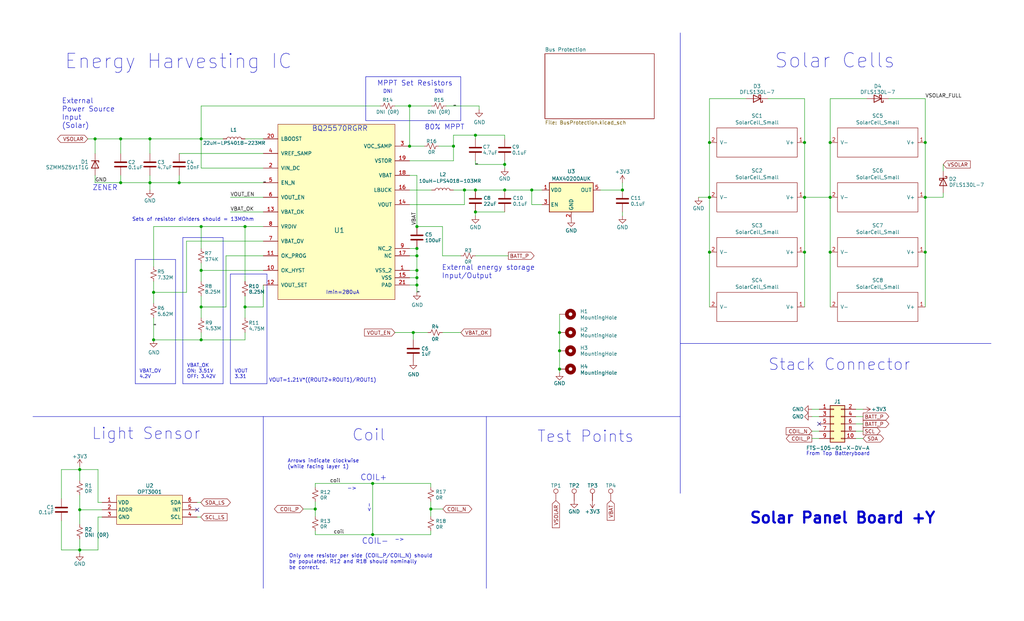
<source format=kicad_sch>
(kicad_sch (version 20230121) (generator eeschema)
  (paper "USLegal")
  (title_block (title "PyCubed Mini") (date "2023-04-12") (rev "Rev B3/02") (company "REx Lab Carnegie Mellon University") (comment 1 "Z.Manchester") (comment 2 "N.Khera") (comment 3 "M.Holliday"))
  (junction (at 246.38 87.63))
  (junction (at 144.78 78.74))
  (junction (at 69.85 78.74))
  (junction (at 144.78 88.9))
  (junction (at 52.07 48.26))
  (junction (at 41.91 63.5))
  (junction (at 85.09 106.68))
  (junction (at 144.78 86.36))
  (junction (at 69.85 118.11))
  (junction (at 246.38 49.53))
  (junction (at 165.1 66.04))
  (junction (at 27.686 163.195))
  (junction (at 184.658 66.04))
  (junction (at 175.26 66.04))
  (junction (at 321.31 68.58))
  (junction (at 69.85 48.26))
  (junction (at 41.91 48.26))
  (junction (at 157.48 50.8))
  (junction (at 194.31 128.27))
  (junction (at 165.1 46.99))
  (junction (at 62.23 63.5))
  (junction (at 52.07 63.5))
  (junction (at 129.413 168.021))
  (junction (at 143.51 115.57))
  (junction (at 194.31 115.57))
  (junction (at 144.78 96.52))
  (junction (at 321.31 49.53))
  (junction (at 194.31 121.92))
  (junction (at 27.686 191.135))
  (junction (at 69.85 106.68))
  (junction (at 288.29 87.63))
  (junction (at 149.606 176.911))
  (junction (at 142.24 50.8))
  (junction (at 109.474 176.911))
  (junction (at 288.29 68.58))
  (junction (at 144.78 93.98))
  (junction (at 53.34 118.11))
  (junction (at 161.29 66.04))
  (junction (at 175.26 57.15))
  (junction (at 246.38 68.58))
  (junction (at 165.1 73.66))
  (junction (at 279.4 87.63))
  (junction (at 279.4 68.58))
  (junction (at 142.24 36.83))
  (junction (at 144.78 99.06))
  (junction (at 321.31 87.63))
  (junction (at 288.29 49.53))
  (junction (at 279.4 49.53))
  (junction (at 27.686 177.165))
  (junction (at 53.34 101.6))
  (junction (at 33.02 48.26))
  (junction (at 129.413 185.801))
  (junction (at 85.09 78.74))
  (junction (at 69.85 93.98))
  (junction (at 216.154 66.04))
  (no_connect (at 284.48 147.32))
  (no_connect (at 68.453 177.165))
  (wire (pts (xy 321.31 87.63) (xy 321.31 106.68)))
  (wire (pts (xy 281.94 152.4) (xy 284.48 152.4)))
  (wire (pts (xy 143.51 115.57) (xy 143.51 118.11)))
  (polyline (pts (xy 127 26.67) (xy 160.02 26.67)))
  (wire (pts (xy 149.606 184.531) (xy 149.606 185.801)))
  (wire (pts (xy 216.154 63.5) (xy 216.154 66.04)))
  (wire (pts (xy 41.91 48.26) (xy 52.07 48.26)))
  (wire (pts (xy 157.48 46.99) (xy 157.48 50.8)))
  (wire (pts (xy 188.214 71.12) (xy 184.658 71.12)))
  (wire (pts (xy 142.24 99.06) (xy 144.78 99.06)))
  (polyline (pts (xy 160.02 26.67) (xy 160.02 41.91)))
  (wire (pts (xy 80.01 68.58) (xy 91.44 68.58)))
  (wire (pts (xy 144.78 88.9) (xy 144.78 86.36)))
  (wire (pts (xy 299.72 144.78) (xy 297.18 144.78)))
  (wire (pts (xy 69.85 58.42) (xy 91.44 58.42)))
  (wire (pts (xy 41.91 48.26) (xy 41.91 53.34)))
  (wire (pts (xy 69.85 36.83) (xy 132.08 36.83)))
  (wire (pts (xy 53.34 110.49) (xy 53.34 118.11)))
  (polyline (pts (xy 236.22 11.43) (xy 236.22 171.45)))
  (wire (pts (xy 157.48 50.8) (xy 157.48 55.88)))
  (polyline (pts (xy 77.47 82.55) (xy 77.47 133.35)))
  (wire (pts (xy 161.29 71.12) (xy 161.29 66.04)))
  (polyline (pts (xy 92.71 133.35) (xy 80.01 133.35)))
  (wire (pts (xy 34.036 191.135) (xy 27.686 191.135)))
  (wire (pts (xy 27.686 163.195) (xy 21.336 163.195)))
  (wire (pts (xy 246.38 68.58) (xy 246.38 87.63)))
  (wire (pts (xy 64.77 83.82) (xy 91.44 83.82)))
  (wire (pts (xy 27.686 192.278) (xy 27.686 191.135)))
  (wire (pts (xy 91.44 53.34) (xy 62.23 53.34)))
  (wire (pts (xy 184.658 66.04) (xy 188.214 66.04)))
  (wire (pts (xy 153.67 78.74) (xy 144.78 78.74)))
  (wire (pts (xy 62.23 60.96) (xy 62.23 63.5)))
  (wire (pts (xy 157.48 46.99) (xy 165.1 46.99)))
  (wire (pts (xy 68.453 179.705) (xy 69.723 179.705)))
  (wire (pts (xy 109.474 168.021) (xy 129.413 168.021)))
  (wire (pts (xy 288.29 106.68) (xy 288.29 87.63)))
  (wire (pts (xy 91.44 106.68) (xy 91.44 99.06)))
  (wire (pts (xy 281.94 142.24) (xy 284.48 142.24)))
  (polyline (pts (xy 80.01 133.35) (xy 80.01 95.25)))
  (polyline (pts (xy 60.96 90.17) (xy 60.96 133.35)))
  (wire (pts (xy 299.72 149.86) (xy 297.18 149.86)))
  (wire (pts (xy 69.85 91.44) (xy 69.85 93.98)))
  (wire (pts (xy 142.24 88.9) (xy 144.78 88.9)))
  (wire (pts (xy 27.686 177.165) (xy 27.686 182.245)))
  (wire (pts (xy 64.77 101.6) (xy 64.77 83.82)))
  (wire (pts (xy 34.036 174.625) (xy 35.433 174.625)))
  (wire (pts (xy 69.85 78.74) (xy 69.85 86.36)))
  (polyline (pts (xy 46.99 90.17) (xy 60.96 90.17)))
  (wire (pts (xy 69.85 93.98) (xy 69.85 97.79)))
  (wire (pts (xy 69.85 48.26) (xy 69.85 58.42)))
  (polyline (pts (xy 168.91 144.78) (xy 168.91 204.47)))
  (wire (pts (xy 175.26 66.04) (xy 184.658 66.04)))
  (wire (pts (xy 109.474 174.371) (xy 109.474 176.911)))
  (wire (pts (xy 194.31 121.92) (xy 194.31 128.27)))
  (wire (pts (xy 144.78 96.52) (xy 144.78 93.98)))
  (wire (pts (xy 149.606 174.371) (xy 149.606 176.911)))
  (wire (pts (xy 321.31 49.53) (xy 321.31 68.58)))
  (wire (pts (xy 34.036 163.195) (xy 34.036 174.625)))
  (wire (pts (xy 142.24 71.12) (xy 161.29 71.12)))
  (wire (pts (xy 279.4 34.29) (xy 279.4 49.53)))
  (wire (pts (xy 85.09 48.26) (xy 91.44 48.26)))
  (wire (pts (xy 142.24 50.8) (xy 142.24 36.83)))
  (wire (pts (xy 281.94 149.86) (xy 284.48 149.86)))
  (wire (pts (xy 321.31 68.58) (xy 327.533 68.58)))
  (wire (pts (xy 62.23 63.5) (xy 91.44 63.5)))
  (wire (pts (xy 69.85 118.11) (xy 85.09 118.11)))
  (wire (pts (xy 53.34 101.6) (xy 64.77 101.6)))
  (wire (pts (xy 165.1 73.66) (xy 175.26 73.66)))
  (wire (pts (xy 21.336 191.135) (xy 27.686 191.135)))
  (wire (pts (xy 69.85 106.68) (xy 69.85 110.49)))
  (wire (pts (xy 165.1 55.88) (xy 165.1 57.15)))
  (wire (pts (xy 129.413 168.021) (xy 129.413 185.801)))
  (wire (pts (xy 91.44 78.74) (xy 85.09 78.74)))
  (wire (pts (xy 153.67 115.57) (xy 160.02 115.57)))
  (wire (pts (xy 327.533 57.15) (xy 327.533 59.436)))
  (wire (pts (xy 165.1 88.9) (xy 176.53 88.9)))
  (wire (pts (xy 288.29 68.58) (xy 288.29 49.53)))
  (wire (pts (xy 157.48 66.04) (xy 161.29 66.04)))
  (polyline (pts (xy 160.02 41.91) (xy 127 41.91)))
  (wire (pts (xy 144.78 93.98) (xy 144.78 88.9)))
  (wire (pts (xy 27.686 187.325) (xy 27.686 191.135)))
  (wire (pts (xy 34.036 163.195) (xy 27.686 163.195)))
  (wire (pts (xy 21.336 163.195) (xy 21.336 173.355)))
  (wire (pts (xy 142.24 50.8) (xy 147.32 50.8)))
  (wire (pts (xy 288.29 34.29) (xy 288.29 49.53)))
  (wire (pts (xy 144.78 60.96) (xy 142.24 60.96)))
  (wire (pts (xy 69.85 48.26) (xy 77.47 48.26)))
  (wire (pts (xy 246.38 49.53) (xy 246.38 68.58)))
  (wire (pts (xy 33.02 60.96) (xy 33.02 63.5)))
  (wire (pts (xy 165.1 46.99) (xy 175.26 46.99)))
  (wire (pts (xy 321.31 34.29) (xy 321.31 49.53)))
  (wire (pts (xy 33.02 48.26) (xy 33.02 53.34)))
  (wire (pts (xy 30.48 48.26) (xy 33.02 48.26)))
  (polyline (pts (xy 92.71 95.25) (xy 92.71 133.35)))
  (wire (pts (xy 161.29 66.04) (xy 165.1 66.04)))
  (wire (pts (xy 165.1 57.15) (xy 175.26 57.15)))
  (wire (pts (xy 68.453 174.625) (xy 69.723 174.625)))
  (wire (pts (xy 41.91 60.96) (xy 41.91 63.5)))
  (wire (pts (xy 166.37 36.83) (xy 166.37 38.1)))
  (wire (pts (xy 153.67 88.9) (xy 160.02 88.9)))
  (wire (pts (xy 175.26 55.88) (xy 175.26 57.15)))
  (wire (pts (xy 300.99 34.29) (xy 288.29 34.29)))
  (wire (pts (xy 69.85 106.68) (xy 78.486 106.68)))
  (wire (pts (xy 154.94 36.83) (xy 166.37 36.83)))
  (wire (pts (xy 246.38 68.58) (xy 242.57 68.58)))
  (wire (pts (xy 194.31 129.54) (xy 194.31 128.27)))
  (wire (pts (xy 259.08 34.29) (xy 246.38 34.29)))
  (wire (pts (xy 321.31 68.58) (xy 321.31 87.63)))
  (wire (pts (xy 52.07 63.5) (xy 52.07 66.04)))
  (wire (pts (xy 34.036 179.705) (xy 35.433 179.705)))
  (wire (pts (xy 78.486 106.68) (xy 78.486 88.9)))
  (wire (pts (xy 69.85 102.87) (xy 69.85 106.68)))
  (wire (pts (xy 279.4 87.63) (xy 279.4 106.68)))
  (wire (pts (xy 129.413 168.021) (xy 149.606 168.021)))
  (polyline (pts (xy 63.5 133.35) (xy 63.5 82.55)))
  (wire (pts (xy 297.18 142.24) (xy 299.72 142.24)))
  (wire (pts (xy 80.01 73.66) (xy 91.44 73.66)))
  (wire (pts (xy 149.606 168.021) (xy 149.606 169.291)))
  (wire (pts (xy 85.09 106.68) (xy 91.44 106.68)))
  (wire (pts (xy 142.24 66.04) (xy 149.86 66.04)))
  (wire (pts (xy 175.26 48.26) (xy 175.26 46.99)))
  (wire (pts (xy 34.036 179.705) (xy 34.036 191.135)))
  (wire (pts (xy 137.16 115.57) (xy 143.51 115.57)))
  (polyline (pts (xy 46.99 133.35) (xy 46.99 90.17)))
  (wire (pts (xy 246.38 87.63) (xy 246.38 106.68)))
  (wire (pts (xy 142.24 96.52) (xy 144.78 96.52)))
  (wire (pts (xy 153.67 88.9) (xy 153.67 78.74)))
  (wire (pts (xy 142.24 36.83) (xy 149.86 36.83)))
  (wire (pts (xy 157.48 55.88) (xy 142.24 55.88)))
  (wire (pts (xy 27.686 177.165) (xy 35.433 177.165)))
  (wire (pts (xy 152.4 50.8) (xy 157.48 50.8)))
  (wire (pts (xy 137.16 36.83) (xy 142.24 36.83)))
  (wire (pts (xy 109.474 168.021) (xy 109.474 169.291)))
  (wire (pts (xy 85.09 115.57) (xy 85.09 118.11)))
  (polyline (pts (xy 236.22 119.38) (xy 344.17 119.38)))
  (wire (pts (xy 194.31 109.22) (xy 194.31 115.57)))
  (wire (pts (xy 33.02 63.5) (xy 41.91 63.5)))
  (wire (pts (xy 109.474 184.531) (xy 109.474 185.801)))
  (wire (pts (xy 143.51 115.57) (xy 148.59 115.57)))
  (wire (pts (xy 142.24 93.98) (xy 144.78 93.98)))
  (wire (pts (xy 266.7 34.29) (xy 279.4 34.29)))
  (wire (pts (xy 246.38 34.29) (xy 246.38 49.53)))
  (wire (pts (xy 175.26 58.42) (xy 175.26 57.15)))
  (wire (pts (xy 52.07 53.34) (xy 52.07 48.26)))
  (wire (pts (xy 216.154 73.66) (xy 216.154 75.057)))
  (polyline (pts (xy 91.44 144.78) (xy 91.44 204.47)))
  (wire (pts (xy 53.34 101.6) (xy 53.34 105.41)))
  (wire (pts (xy 27.686 163.195) (xy 27.686 162.179)))
  (polyline (pts (xy 63.5 82.55) (xy 77.47 82.55)))
  (wire (pts (xy 129.413 185.801) (xy 149.606 185.801)))
  (wire (pts (xy 69.85 78.74) (xy 53.34 78.74)))
  (wire (pts (xy 52.07 60.96) (xy 52.07 63.5)))
  (wire (pts (xy 288.29 68.58) (xy 279.4 68.58)))
  (wire (pts (xy 299.72 147.32) (xy 297.18 147.32)))
  (wire (pts (xy 165.1 73.66) (xy 165.1 75.057)))
  (wire (pts (xy 53.34 78.74) (xy 53.34 92.71)))
  (wire (pts (xy 194.31 115.57) (xy 194.31 121.92)))
  (wire (pts (xy 144.78 99.06) (xy 144.78 96.52)))
  (wire (pts (xy 144.78 78.74) (xy 144.78 60.96)))
  (wire (pts (xy 149.606 176.911) (xy 149.606 179.451)))
  (wire (pts (xy 53.34 97.79) (xy 53.34 101.6)))
  (wire (pts (xy 85.09 106.68) (xy 85.09 110.49)))
  (wire (pts (xy 85.09 78.74) (xy 85.09 97.79)))
  (wire (pts (xy 78.486 88.9) (xy 91.44 88.9)))
  (wire (pts (xy 165.1 48.26) (xy 165.1 46.99)))
  (wire (pts (xy 299.72 152.4) (xy 297.18 152.4)))
  (wire (pts (xy 41.91 63.5) (xy 52.07 63.5)))
  (wire (pts (xy 109.474 176.911) (xy 109.474 179.451)))
  (wire (pts (xy 27.686 172.085) (xy 27.686 177.165)))
  (wire (pts (xy 208.534 66.04) (xy 216.154 66.04)))
  (polyline (pts (xy 77.47 133.35) (xy 63.5 133.35)))
  (wire (pts (xy 279.4 68.58) (xy 279.4 87.63)))
  (wire (pts (xy 144.78 101.6) (xy 144.78 99.06)))
  (wire (pts (xy 21.336 180.975) (xy 21.336 191.135)))
  (wire (pts (xy 85.09 78.74) (xy 69.85 78.74)))
  (wire (pts (xy 308.61 34.29) (xy 321.31 34.29)))
  (wire (pts (xy 33.02 48.26) (xy 41.91 48.26)))
  (wire (pts (xy 165.1 66.04) (xy 175.26 66.04)))
  (wire (pts (xy 184.658 66.04) (xy 184.658 71.12)))
  (wire (pts (xy 279.4 49.53) (xy 279.4 68.58)))
  (polyline (pts (xy 127 41.91) (xy 127 26.67)))
  (wire (pts (xy 69.85 36.83) (xy 69.85 48.26)))
  (wire (pts (xy 85.09 102.87) (xy 85.09 106.68)))
  (wire (pts (xy 109.474 185.801) (xy 129.413 185.801)))
  (wire (pts (xy 149.606 176.911) (xy 153.797 176.911)))
  (wire (pts (xy 288.29 87.63) (xy 288.29 68.58)))
  (wire (pts (xy 327.533 68.58) (xy 327.533 67.056)))
  (wire (pts (xy 69.85 115.57) (xy 69.85 118.11)))
  (wire (pts (xy 53.34 118.11) (xy 69.85 118.11)))
  (wire (pts (xy 144.78 86.36) (xy 142.24 86.36)))
  (polyline (pts (xy 11.43 144.78) (xy 236.22 144.78)))
  (polyline (pts (xy 80.01 95.25) (xy 92.71 95.25)))
  (wire (pts (xy 52.07 48.26) (xy 69.85 48.26)))
  (wire (pts (xy 105.283 176.911) (xy 109.474 176.911)))
  (wire (pts (xy 281.94 144.78) (xy 284.48 144.78)))
  (polyline (pts (xy 60.96 133.35) (xy 46.99 133.35)))
  (wire (pts (xy 69.85 93.98) (xy 91.44 93.98)))
  (wire (pts (xy 52.07 63.5) (xy 62.23 63.5)))
  (wire (pts (xy 27.686 163.195) (xy 27.686 167.005)))
  (text "VBAT_OK\nON: 3.51V\nOFF: 3.42V" (at 64.897 131.699 0) (effects (font (size 1.2 1.2)) (justify left bottom)))
  (text "Only one resistor per side (COIL_P/COIL_N) should \nbe populated. R12 and R18 should nominally \nbe correct." (at 100.33 198.12 0) (effects (font (size 1.27 1.27)) (justify left bottom)))
  (text "COIL-\n" (at 125.603 189.357 0) (effects (font (size 2.0066 2.0066)) (justify left bottom)))
  (text "->" (at 120.523 170.561 0) (effects (font (size 1.27 1.27)) (justify left bottom)))
  (text "Coil" (at 122.174 153.67 0) (effects (font (size 3.9878 3.9878)) (justify left bottom)))
  (text "Stack Connector" (at 266.7 129.159 0) (effects (font (size 3.9878 3.9878)) (justify left bottom)))
  (text "Light Sensor\n" (at 31.75 153.162 0) (effects (font (size 3.9878 3.9878)) (justify left bottom)))
  (text "From Top Batteryboard" (at 279.908 158.496 0) (effects (font (size 1.27 1.27)) (justify left bottom)))
  (text "80% MPPT " (at 147.447 45.339 0) (effects (font (size 1.778 1.778)) (justify left bottom)))
  (text "VOUT=1.21V*((ROUT2+ROUT1)/ROUT1)" (at 93.345 132.969 0) (effects (font (size 1.27 1.27)) (justify left bottom)))
  (text "<-" (at 128.905 178.181 90) (effects (font (size 1.27 1.27)) (justify left bottom)))
  (text "MPPT Set Resistors " (at 130.937 30.099 0) (effects (font (size 1.778 1.778)) (justify left bottom)))
  (text "Imin=280uA" (at 113.157 102.489 0) (effects (font (size 1.27 1.27)) (justify left bottom)))
  (text "External\nPower Source\nInput\n(Solar)" (at 21.463 44.831 0) (effects (font (size 1.778 1.778)) (justify left bottom)))
  (text "BQ25570RGRR" (at 108.331 45.847 0) (effects (font (size 1.778 1.778)) (justify left bottom)))
  (text "Test Points" (at 186.436 154.178 0) (effects (font (size 3.9878 3.9878)) (justify left bottom)))
  (text "Energy Harvesting IC" (at 22.352 24.384 0) (effects (font (size 5 5)) (justify left bottom)))
  (text "->" (at 137.033 188.341 0) (effects (font (size 1.27 1.27)) (justify left bottom)))
  (text "Arrows indicate clockwise\n(while facing layer 1)" (at 99.822 163.068 0) (effects (font (size 1.27 1.27)) (justify left bottom)))
  (text "Solar Panel Board +Y" (at 260.096 182.372 0) (effects (font (size 3.81 3.81) (thickness 0.762) bold) (justify left bottom)))
  (text "DNI" (at 150.749 32.639 0) (effects (font (size 1.27 1.27)) (justify left bottom)))
  (text "DNI" (at 132.969 32.639 0) (effects (font (size 1.27 1.27)) (justify left bottom)))
  (text "VBAT_OV\n4.2V" (at 48.387 131.699 0) (effects (font (size 1.2 1.2)) (justify left bottom)))
  (text "External energy storage\nInput/Output" (at 153.416 97.028 0) (effects (font (size 1.778 1.778)) (justify left bottom)))
  (text "COIL+\n" (at 125.095 167.259 0) (effects (font (size 2.0066 2.0066)) (justify left bottom)))
  (text "VOUT\n3.31" (at 81.407 131.699 0) (effects (font (size 1.2 1.2)) (justify left bottom)))
  (text "ZENER" (at 32.131 66.421 0) (effects (font (size 1.778 1.778)) (justify left bottom)))
  (text "Sets of resistor dividers should = 13MOhm" (at 45.847 77.089 0) (effects (font (size 1.27 1.27)) (justify left bottom)))
  (text "Solar Cells" (at 268.859 24.13 0) (effects (font (size 5 5)) (justify left bottom)))
  (label "GND" (at 33.02 63.5 0))
  (label "GND" (at 165.1 57.15 0) (effects (font (size 0.254 0.254))))
  (label "VBAT" (at 144.78 73.66 270))
  (label "VSOLAR_FULL" (at 321.31 34.29 0))
  (label "VOUT_EN" (at 80.01 68.58 0))
  (label "GND" (at 157.48 36.83 0) (effects (font (size 0.254 0.254))))
  (label "coil" (at 115.824 185.801 0))
  (label "GND" (at 53.34 113.03 0) (effects (font (size 0.254 0.254))))
  (label "GND" (at 91.44 63.5 0) (effects (font (size 0.254 0.254))))
  (label "GND" (at 144.78 101.6 0) (effects (font (size 0.254 0.254))))
  (label "coil" (at 114.554 168.021 0))
  (label "VBAT_OK" (at 80.01 73.66 0))
  (global_label "SCL_LS" (shape input) (at 69.723 179.705 0) (property "Intersheetrefs" "${INTERSHEET_REFS}" (effects hide)))
  (global_label "BATT_P" (shape output) (at 299.72 144.78 0) (property "Intersheetrefs" "${INTERSHEET_REFS}" (effects hide)))
  (global_label "COIL_P" (shape output) (at 281.94 152.4 180) (property "Intersheetrefs" "${INTERSHEET_REFS}" (effects hide)))
  (global_label "COIL_P" (shape bidirectional) (at 105.283 176.911 180) (property "Intersheetrefs" "${INTERSHEET_REFS}" (effects hide)))
  (global_label "BATT_P" (shape output) (at 176.53 88.9 0) (property "Intersheetrefs" "${INTERSHEET_REFS}" (effects hide)))
  (global_label "BATT_P" (shape output) (at 299.72 147.32 0) (property "Intersheetrefs" "${INTERSHEET_REFS}" (effects hide)))
  (global_label "COIL_N" (shape input) (at 281.94 149.86 180) (property "Intersheetrefs" "${INTERSHEET_REFS}" (effects hide)))
  (global_label "VSOLAR" (shape input) (at 193.04 173.99 270) (property "Intersheetrefs" "${INTERSHEET_REFS}" (effects hide)))
  (global_label "VSOLAR" (shape bidirectional) (at 30.48 48.26 180) (property "Intersheetrefs" "${INTERSHEET_REFS}" (effects hide)))
  (global_label "VBAT" (shape input) (at 212.09 173.99 270) (property "Intersheetrefs" "${INTERSHEET_REFS}" (effects hide)))
  (global_label "VBAT_OK" (shape input) (at 160.02 115.57 0) (property "Intersheetrefs" "${INTERSHEET_REFS}" (effects hide)))
  (global_label "VSOLAR" (shape input) (at 327.533 57.15 0) (property "Intersheetrefs" "${INTERSHEET_REFS}" (effects hide)))
  (global_label "COIL_N" (shape bidirectional) (at 153.797 176.911 0) (property "Intersheetrefs" "${INTERSHEET_REFS}" (effects hide)))
  (global_label "SCL" (shape output) (at 299.72 149.86 0) (property "Intersheetrefs" "${INTERSHEET_REFS}" (effects hide)))
  (global_label "SDA_LS" (shape bidirectional) (at 69.723 174.625 0) (property "Intersheetrefs" "${INTERSHEET_REFS}" (effects hide)))
  (global_label "VOUT_EN" (shape input) (at 137.16 115.57 180) (property "Intersheetrefs" "${INTERSHEET_REFS}" (effects hide)))
  (global_label "SDA" (shape bidirectional) (at 299.72 152.4 0) (property "Intersheetrefs" "${INTERSHEET_REFS}" (effects hide)))
  (symbol (lib_id "solarpanels:SolarCell_Small") (at 304.8 106.68 0) (mirror y) (unit 1)
    (property "Reference" "SC8" (at 304.8 97.409 0))
    (property "Value" "SolarCell_Small" (at 304.8 99.7204 0))
    (property "Footprint" "solarpanels:KXOB25-05X3F" (effects hide))
    (property "Description" "MONOCRYS SOLAR CELL 30.7MW 2.07V" (effects hide))
    (property "Manufacturer_Name" "ANYSOLAR Ltd" (effects hide))
    (property "Manufacturer_Part_Number" "KXOB25-05X3F-TR" (effects hide))
    (property "Website" "https://www.digikey.pt/pt/products/detail/anysolar-ltd/KXOB25-05X3F-TR/9990478?s=N4IgTCBcDaINIA0DyAhMBWAtABnQgzAGKYAqASiALoC%2BQA" (effects hide))
  )
  (symbol (lib_id "solarpanels:SolarCell_Small") (at 262.89 68.58 0) (mirror y) (unit 1)
    (property "Reference" "SC2" (at 262.89 59.309 0))
    (property "Value" "SolarCell_Small" (at 262.89 61.6204 0))
    (property "Footprint" "solarpanels:KXOB25-05X3F" (effects hide))
    (property "Description" "MONOCRYS SOLAR CELL 30.7MW 2.07V" (effects hide))
    (property "Manufacturer_Name" "ANYSOLAR Ltd" (effects hide))
    (property "Manufacturer_Part_Number" "KXOB25-05X3F-TR" (effects hide))
    (property "Website" "https://www.digikey.pt/pt/products/detail/anysolar-ltd/KXOB25-05X3F-TR/9990478?s=N4IgTCBcDaINIA0DyAhMBWAtABnQgzAGKYAqASiALoC%2BQA" (effects hide))
  )
  (symbol (lib_id "solarpanels:SolarCell_Small") (at 262.89 87.63 0) (mirror y) (unit 1)
    (property "Reference" "SC3" (at 262.89 78.359 0))
    (property "Value" "SolarCell_Small" (at 262.89 80.6704 0))
    (property "Footprint" "solarpanels:KXOB25-05X3F" (effects hide))
    (property "Description" "MONOCRYS SOLAR CELL 30.7MW 2.07V" (effects hide))
    (property "Manufacturer_Name" "ANYSOLAR Ltd" (effects hide))
    (property "Manufacturer_Part_Number" "KXOB25-05X3F-TR" (effects hide))
    (property "Website" "https://www.digikey.pt/pt/products/detail/anysolar-ltd/KXOB25-05X3F-TR/9990478?s=N4IgTCBcDaINIA0DyAhMBWAtABnQgzAGKYAqASiALoC%2BQA" (effects hide))
  )
  (symbol (lib_id "solarpanels:SolarCell_Small") (at 262.89 106.68 0) (mirror y) (unit 1)
    (property "Reference" "SC4" (at 262.89 97.409 0))
    (property "Value" "SolarCell_Small" (at 262.89 99.7204 0))
    (property "Footprint" "solarpanels:KXOB25-05X3F" (effects hide))
    (property "Description" "MONOCRYS SOLAR CELL 30.7MW 2.07V" (effects hide))
    (property "Manufacturer_Name" "ANYSOLAR Ltd" (effects hide))
    (property "Manufacturer_Part_Number" "KXOB25-05X3F-TR" (effects hide))
    (property "Website" "https://www.digikey.pt/pt/products/detail/anysolar-ltd/KXOB25-05X3F-TR/9990478?s=N4IgTCBcDaINIA0DyAhMBWAtABnQgzAGKYAqASiALoC%2BQA" (effects hide))
  )
  (symbol (lib_id "Device:C") (at 21.336 177.165 0) (unit 1)
    (property "Reference" "C1" (at 16.129 176.276 0) (effects (justify left)))
    (property "Value" "0.1uF" (at 13.335 178.054 0) (effects (justify left)))
    (property "Footprint" "Capacitor_SMD:C_0402_1005Metric" (effects hide))
    (property "Description" "CAP CER 0.1UF 50V X7R 0402" (effects hide))
    (property "Manufacturer_Name" "KYOCERA AVX" (effects hide))
    (property "Manufacturer_Part_Number" "04025C104KAT2A" (effects hide))
    (property "Package/Footprint" "0402" (effects hide))
    (property "Website" "https://www.digikey.pt/pt/products/detail/kyocera-avx/KGM05CR71H104KH/6564238?s=N4IgTCBcDaIAwBY5gKwGECMiDSBBAKmLiALoC%2BQA" (effects hide))
  )
  (symbol (lib_id "Device:R_Small_US") (at 27.686 184.785 0) (unit 1)
    (property "Reference" "R2" (at 29.337 184.023 0) (effects (justify left)))
    (property "Value" "DNI (0R)" (at 29.337 185.928 0) (effects (justify left)))
    (property "Footprint" "Resistor_SMD:R_0402_1005Metric" (effects hide))
    (property "Description" "RES 0 OHM JUMPER 1/16W 0402" (effects hide))
    (property "Manufacturer_Name" "Stackpole Electronics Inc" (effects hide))
    (property "Manufacturer_Part_Number" "RMCF0402ZT0R00" (effects hide))
    (property "Package/Footprint" "0402" (effects hide))
    (property "Website" "https://www.digikey.pt/pt/products/detail/stackpole-electronics-inc/RMCF0402ZT0R00/1756905?s=N4IgTCBcDaIEoFkDCAxADAFjWAWgFTTjTRAF0BfIA" (effects hide))
    (property "DNI" "DNI" (effects hide))
  )
  (symbol (lib_id "Device:R_Small_US") (at 27.686 169.545 0) (unit 1)
    (property "Reference" "R1" (at 29.337 168.783 0) (effects (justify left)))
    (property "Value" "0R" (at 29.337 170.688 0) (effects (justify left)))
    (property "Footprint" "Resistor_SMD:R_0402_1005Metric" (effects hide))
    (property "Description" "RES 0 OHM JUMPER 1/16W 0402" (effects hide))
    (property "Manufacturer_Name" "Stackpole Electronics Inc" (effects hide))
    (property "Manufacturer_Part_Number" "RMCF0402ZT0R00" (effects hide))
    (property "Package/Footprint" "0402" (effects hide))
    (property "Website" "https://www.digikey.pt/pt/products/detail/stackpole-electronics-inc/RMCF0402ZT0R00/1756905?s=N4IgTCBcDaIEoFkDCAxADAFjWAWgFTTjTRAF0BfIA" (effects hide))
  )
  (symbol (lib_id "power:GND") (at 27.686 192.278 0) (unit 1)
    (property "Reference" "#PWR0105" (effects hide))
    (property "Value" "GND" (at 27.686 195.961 0))
  )
  (symbol (lib_id "Device:R_Small_US") (at 109.474 171.831 0) (unit 1)
    (property "Reference" "R12" (at 111.125 171.069 0) (effects (font (size 1.2 1.2)) (justify left)))
    (property "Value" "0R" (at 111.125 172.974 0) (effects (font (size 1.2 1.2)) (justify left)))
    (property "Footprint" "Resistor_SMD:R_0603_1608Metric" (effects hide))
    (property "Description" "RES 0 OHM JUMPER 1/10W 0603" (effects hide))
    (property "Manufacturer_Name" "Stackpole Electronics Inc" (effects hide))
    (property "Manufacturer_Part_Number" "RMCF0603ZT0R00" (effects hide))
    (property "Package/Footprint" "0603" (effects hide))
    (property "Website" "https://www.digikey.pt/pt/products/detail/stackpole-electronics-inc/RMCF0603ZT0R00/1756908?s=N4IgTCBcDaIEoFkDCAxADANjQZgFoBU0400QBdAXyA" (effects hide))
  )
  (symbol (lib_id "Device:R_Small_US") (at 109.474 181.991 0) (unit 1)
    (property "Reference" "R13" (at 111.125 181.102 0) (effects (font (size 1.2 1.2)) (justify left)))
    (property "Value" "0R" (at 111.125 183.007 0) (effects (font (size 1.2 1.2)) (justify left)))
    (property "Footprint" "Resistor_SMD:R_0603_1608Metric" (effects hide))
    (property "Description" "RES 0 OHM JUMPER 1/10W 0603" (effects hide))
    (property "Manufacturer_Name" "Stackpole Electronics Inc" (effects hide))
    (property "Manufacturer_Part_Number" "RMCF0603ZT0R00" (effects hide))
    (property "Package/Footprint" "0603" (effects hide))
    (property "Website" "https://www.digikey.pt/pt/products/detail/stackpole-electronics-inc/RMCF0603ZT0R00/1756908?s=N4IgTCBcDaIEoFkDCAxADANjQZgFoBU0400QBdAXyA" (effects hide))
  )
  (symbol (lib_id "Device:R_Small_US") (at 149.606 171.831 0) (unit 1)
    (property "Reference" "R17" (at 151.257 170.942 0) (effects (font (size 1.2 1.2)) (justify left)))
    (property "Value" "0R" (at 151.257 172.974 0) (effects (font (size 1.2 1.2)) (justify left)))
    (property "Footprint" "Resistor_SMD:R_0603_1608Metric" (effects hide))
    (property "Description" "RES 0 OHM JUMPER 1/10W 0603" (effects hide))
    (property "Manufacturer_Name" "Stackpole Electronics Inc" (effects hide))
    (property "Manufacturer_Part_Number" "RMCF0603ZT0R00" (effects hide))
    (property "Package/Footprint" "0603" (effects hide))
    (property "Website" "https://www.digikey.pt/pt/products/detail/stackpole-electronics-inc/RMCF0603ZT0R00/1756908?s=N4IgTCBcDaIEoFkDCAxADANjQZgFoBU0400QBdAXyA" (effects hide))
  )
  (symbol (lib_id "Device:R_Small_US") (at 149.606 181.991 0) (unit 1)
    (property "Reference" "R18" (at 151.257 181.102 0) (effects (font (size 1.2 1.2)) (justify left)))
    (property "Value" "0R" (at 151.3078 183.1594 0) (effects (font (size 1.2 1.2)) (justify left)))
    (property "Footprint" "Resistor_SMD:R_0603_1608Metric" (effects hide))
    (property "Description" "RES 0 OHM JUMPER 1/10W 0603" (effects hide))
    (property "Manufacturer_Name" "Stackpole Electronics Inc" (effects hide))
    (property "Manufacturer_Part_Number" "RMCF0603ZT0R00" (effects hide))
    (property "Package/Footprint" "0603" (effects hide))
    (property "Website" "https://www.digikey.pt/pt/products/detail/stackpole-electronics-inc/RMCF0603ZT0R00/1756908?s=N4IgTCBcDaIEoFkDCAxADANjQZgFoBU0400QBdAXyA" (effects hide))
  )
  (symbol (lib_id "Connector:TestPoint") (at 199.39 173.99 0) (unit 1) (in_bom no)
    (property "Reference" "TP2" (at 197.612 168.783 0) (effects (justify left)))
    (property "Value" "TP" (effects hide))
    (property "Footprint" "TestPoint:TestPoint_THTPad_D1.0mm_Drill0.5mm" (effects hide))
  )
  (symbol (lib_id "Connector:TestPoint") (at 205.74 173.99 0) (unit 1) (in_bom no)
    (property "Reference" "TP3" (at 203.962 168.783 0) (effects (justify left)))
    (property "Value" "TP" (effects hide))
    (property "Footprint" "TestPoint:TestPoint_THTPad_D1.0mm_Drill0.5mm" (effects hide))
  )
  (symbol (lib_id "Connector:TestPoint") (at 212.09 173.99 0) (unit 1) (in_bom no)
    (property "Reference" "TP4" (at 210.312 168.783 0) (effects (justify left)))
    (property "Value" "TP" (effects hide))
    (property "Footprint" "TestPoint:TestPoint_THTPad_D1.0mm_Drill0.5mm" (effects hide))
  )
  (symbol (lib_id "power:GND") (at 199.39 173.99 0) (unit 1)
    (property "Reference" "#PWR04" (effects hide))
    (property "Value" "GND" (at 199.39 177.8 0))
  )
  (symbol (lib_id "Connector:TestPoint") (at 193.04 173.99 0) (unit 1) (in_bom no)
    (property "Reference" "TP1" (at 191.262 168.783 0) (effects (justify left)))
    (property "Value" "TP" (effects hide))
    (property "Footprint" "TestPoint:TestPoint_THTPad_D1.0mm_Drill0.5mm" (effects hide))
  )
  (symbol (lib_id "power:GND") (at 242.57 68.58 0) (mirror y) (unit 1)
    (property "Reference" "#PWR012" (effects hide))
    (property "Value" "GND" (at 242.57 72.39 0))
  )
  (symbol (lib_id "solarpanels:SolarCell_Small") (at 304.8 49.53 0) (mirror y) (unit 1)
    (property "Reference" "SC5" (at 304.8 40.259 0))
    (property "Value" "SolarCell_Small" (at 304.8 42.5704 0))
    (property "Footprint" "solarpanels:KXOB25-05X3F" (effects hide))
    (property "Description" "MONOCRYS SOLAR CELL 30.7MW 2.07V" (effects hide))
    (property "Manufacturer_Name" "ANYSOLAR Ltd" (effects hide))
    (property "Manufacturer_Part_Number" "KXOB25-05X3F-TR" (effects hide))
    (property "Website" "https://www.digikey.pt/pt/products/detail/anysolar-ltd/KXOB25-05X3F-TR/9990478?s=N4IgTCBcDaINIA0DyAhMBWAtABnQgzAGKYAqASiALoC%2BQA" (effects hide))
  )
  (symbol (lib_id "solarpanels:SolarCell_Small") (at 304.8 68.58 0) (mirror y) (unit 1)
    (property "Reference" "SC6" (at 304.8 59.309 0))
    (property "Value" "SolarCell_Small" (at 304.8 61.6204 0))
    (property "Footprint" "solarpanels:KXOB25-05X3F" (effects hide))
    (property "Description" "MONOCRYS SOLAR CELL 30.7MW 2.07V" (effects hide))
    (property "Manufacturer_Name" "ANYSOLAR Ltd" (effects hide))
    (property "Manufacturer_Part_Number" "KXOB25-05X3F-TR" (effects hide))
    (property "Website" "https://www.digikey.pt/pt/products/detail/anysolar-ltd/KXOB25-05X3F-TR/9990478?s=N4IgTCBcDaINIA0DyAhMBWAtABnQgzAGKYAqASiALoC%2BQA" (effects hide))
  )
  (symbol (lib_id "solarpanels:SolarCell_Small") (at 262.89 49.53 0) (mirror y) (unit 1)
    (property "Reference" "SC1" (at 262.89 40.259 0))
    (property "Value" "SolarCell_Small" (at 262.89 42.5704 0))
    (property "Footprint" "solarpanels:KXOB25-05X3F" (effects hide))
    (property "Description" "MONOCRYS SOLAR CELL 30.7MW 2.07V" (effects hide))
    (property "Manufacturer_Name" "ANYSOLAR Ltd" (effects hide))
    (property "Manufacturer_Part_Number" "KXOB25-05X3F-TR" (effects hide))
    (property "Website" "https://www.digikey.pt/pt/products/detail/anysolar-ltd/KXOB25-05X3F-TR/9990478?s=N4IgTCBcDaINIA0DyAhMBWAtABnQgzAGKYAqASiALoC%2BQA" (effects hide))
  )
  (symbol (lib_id "solarpanels:SolarCell_Small") (at 304.8 87.63 0) (mirror y) (unit 1)
    (property "Reference" "SC7" (at 304.8 78.359 0))
    (property "Value" "SolarCell_Small" (at 304.8 80.6704 0))
    (property "Footprint" "solarpanels:KXOB25-05X3F" (effects hide))
    (property "Description" "MONOCRYS SOLAR CELL 30.7MW 2.07V" (effects hide))
    (property "Manufacturer_Name" "ANYSOLAR Ltd" (effects hide))
    (property "Manufacturer_Part_Number" "KXOB25-05X3F-TR" (effects hide))
    (property "Website" "https://www.digikey.pt/pt/products/detail/anysolar-ltd/KXOB25-05X3F-TR/9990478?s=N4IgTCBcDaINIA0DyAhMBWAtABnQgzAGKYAqASiALoC%2BQA" (effects hide))
  )
  (symbol (lib_id "power:GND") (at 144.78 101.6 0) (unit 1)
    (property "Reference" "#PWR07" (effects hide))
    (property "Value" "GND" (at 144.907 105.9942 0))
  )
  (symbol (lib_id "power:GND") (at 53.34 118.11 0) (unit 1)
    (property "Reference" "#PWR06" (effects hide))
    (property "Value" "GND" (at 53.467 122.5042 0))
  )
  (symbol (lib_id "power:GND") (at 52.07 66.04 0) (unit 1)
    (property "Reference" "#PWR05" (effects hide))
    (property "Value" "GND" (at 52.07 69.723 0))
  )
  (symbol (lib_id "power:GND") (at 166.37 38.1 0) (unit 1)
    (property "Reference" "#PWR09" (effects hide))
    (property "Value" "GND" (at 166.497 42.4942 0))
  )
  (symbol (lib_id "power:GND") (at 165.1 75.057 0) (unit 1)
    (property "Reference" "#PWR08" (effects hide))
    (property "Value" "GND" (at 165.1 78.994 0))
  )
  (symbol (lib_id "power:GND") (at 175.26 58.42 0) (unit 1)
    (property "Reference" "#PWR010" (effects hide))
    (property "Value" "GND" (at 175.26 62.103 0))
  )
  (symbol (lib_id "power:GND") (at 143.51 125.73 0) (unit 1)
    (property "Reference" "#PWR01" (effects hide))
    (property "Value" "GND" (at 143.637 130.1242 0))
  )
  (symbol (lib_id "Device:C") (at 52.07 57.15 0) (unit 1)
    (property "Reference" "C3" (at 54.61 56.388 0) (effects (font (size 1.2 1.2)) (justify left)))
    (property "Value" "4.7uF" (at 54.61 58.166 0) (effects (font (size 1.2 1.2)) (justify left)))
    (property "Footprint" "Capacitor_SMD:C_0603_1608Metric" (effects hide))
    (property "Description" "CAP CER 4.7UF 35V X5R 0603" (effects hide))
    (property "Manufacturer_Name" "Murata Electronics" (effects hide))
    (property "Manufacturer_Part_Number" "GRT188R6YA475KE13D" (effects hide))
    (property "Package/Footprint" "0603" (effects hide))
    (property "Website" "https://www.digikey.pt/pt/products/detail/murata-electronics/GRT188R6YA475KE13D/5416759?s=N4IgTCBcDaIOICUAqBGAHGhA2AmgQQBYB2AVgGkBRFAZgBEQBdAXyA" (effects hide))
  )
  (symbol (lib_id "Device:C") (at 175.26 69.85 0) (unit 1)
    (property "Reference" "C10" (at 178.054 68.834 0) (effects (font (size 1.2 1.2)) (justify left)))
    (property "Value" "0.1uF" (at 178.054 70.866 0) (effects (font (size 1.2 1.2)) (justify left)))
    (property "Footprint" "Capacitor_SMD:C_0603_1608Metric" (effects hide))
    (property "Description" "CAP CER 0.1UF 50V X7R 0603" (effects hide))
    (property "Manufacturer_Name" "KYOCERA AVX" (effects hide))
    (property "Manufacturer_Part_Number" "06035C104K4T2A" (effects hide))
    (property "Package/Footprint" "0603" (effects hide))
    (property "Website" "https://www.digikey.pt/pt/products/detail/kyocera-avx/KAM15AR71H104KT/1950904?s=N4IgTCBcDaIAwDY4GYCsBhAjHALAaRwBUwBBEAXQF8g" (effects hide))
  )
  (symbol (lib_id "Device:C") (at 62.23 57.15 0) (unit 1)
    (property "Reference" "C4" (at 64.77 56.388 0) (effects (font (size 1.2 1.2)) (justify left)))
    (property "Value" "10nF" (at 64.77 58.166 0) (effects (font (size 1.2 1.2)) (justify left)))
    (property "Footprint" "Capacitor_SMD:C_0603_1608Metric" (effects hide))
    (property "Description" "CAP CER 10000PF 100V X7R 0603" (effects hide))
    (property "Manufacturer_Name" "KYOCERA AVX" (effects hide))
    (property "Manufacturer_Part_Number" "06031C103K4T4A" (effects hide))
    (property "Package/Footprint" "0603" (effects hide))
    (property "Website" "https://www.digikey.pt/pt/products/detail/kyocera-avx/KAM15AR72A103KM/1598666?s=N4IgTCBcDaIAwDY4GYCMBhVKDSAWAKrgIIgC6AvkA" (effects hide))
  )
  (symbol (lib_id "Device:C") (at 165.1 69.85 0) (unit 1)
    (property "Reference" "C8" (at 167.894 68.834 0) (effects (font (size 1.2 1.2)) (justify left)))
    (property "Value" "22uF" (at 167.894 70.866 0) (effects (font (size 1.2 1.2)) (justify left)))
    (property "Footprint" "Capacitor_SMD:C_0603_1608Metric" (effects hide))
    (property "Description" "CAP CER 22UF 10V X5R 0603" (effects hide))
    (property "Manufacturer_Name" "Murata Electronics" (effects hide))
    (property "Manufacturer_Part_Number" "GRT188R61A226ME13D" (effects hide))
    (property "Package/Footprint" "0603" (effects hide))
    (property "Website" "https://www.digikey.pt/pt/products/detail/murata-electronics/GRT188R61A226ME13D/10706504?s=N4IgTCBcDaIOICUAqBGAHGhA2FBBMYWAsgKIoDMAIiALoC%2BQA" (effects hide))
  )
  (symbol (lib_id "solarpanels:BQ25570RGRR") (at 116.84 73.66 0) (unit 1)
    (property "Reference" "U1" (at 115.9256 81.0514 0) (effects (font (size 1.7526 1.7526)) (justify left bottom)))
    (property "Value" "BQ25570RGRR" (effects hide))
    (property "Footprint" "solarpanels:QFN50P350X350X100-21N-D" (effects hide))
    (property "Description" "IC ENERGY HARV CTRLR BATT 20VQFN" (effects hide))
    (property "Manufacturer_Name" "Texas Instruments" (effects hide))
    (property "Manufacturer_Part_Number" "BQ25570RGRR" (effects hide))
    (property "Package/Footprint" "20-VQFN" (effects hide))
    (property "Website" "https://www.digikey.pt/pt/products/detail/texas-instruments/BQ25570RGRR/4384228?s=N4IgTCBcDaIEIEUwFZkHYAMAlA4lrIAugL5A" (effects hide))
  )
  (symbol (lib_id "Device:C") (at 216.154 69.85 0) (unit 1)
    (property "Reference" "C11" (at 218.948 68.834 0) (effects (font (size 1.2 1.2)) (justify left)))
    (property "Value" "0.1uF" (at 218.948 70.866 0) (effects (font (size 1.2 1.2)) (justify left)))
    (property "Footprint" "Capacitor_SMD:C_0603_1608Metric" (effects hide))
    (property "Description" "CAP CER 0.1UF 50V X7R 0603" (effects hide))
    (property "Manufacturer_Name" "KYOCERA AVX" (effects hide))
    (property "Manufacturer_Part_Number" "06035C104K4T2A" (effects hide))
    (property "Package/Footprint" "0603" (effects hide))
    (property "Website" "https://www.digikey.pt/pt/products/detail/kyocera-avx/KAM15AR71H104KT/1950904?s=N4IgTCBcDaIAwDY4GYCsBhAjHALAaRwBUwBBEAXQF8g" (effects hide))
  )
  (symbol (lib_id "Device:R_Small_US") (at 162.56 88.9 270) (unit 1)
    (property "Reference" "R3" (at 162.56 87.757 90) (effects (font (size 1.2 1.2)) (justify bottom)))
    (property "Value" "0R" (at 162.56 90.297 90) (effects (font (size 1.2 1.2)) (justify top)))
    (property "Footprint" "Resistor_SMD:R_0603_1608Metric" (effects hide))
    (property "Description" "RES 0 OHM JUMPER 1/10W 0603" (effects hide))
    (property "Manufacturer_Name" "Stackpole Electronics Inc" (effects hide))
    (property "Manufacturer_Part_Number" "RMCF0603ZT0R00" (effects hide))
    (property "Package/Footprint" "0603" (effects hide))
    (property "Website" "https://www.digikey.pt/pt/products/detail/stackpole-electronics-inc/RMCF0603ZT0R00/1756908?s=N4IgTCBcDaIEoFkDCAxADANjQZgFoBU0400QBdAXyA" (effects hide))
  )
  (symbol (lib_id "Device:C") (at 144.78 82.55 0) (unit 1)
    (property "Reference" "C5" (at 147.574 81.534 0) (effects (font (size 1.2 1.2)) (justify left)))
    (property "Value" "100uF" (at 147.574 83.566 0) (effects (font (size 1.2 1.2)) (justify left)))
    (property "Footprint" "Capacitor_SMD:C_0805_2012Metric" (effects hide))
    (property "Description" "CAP CER 100UF 6.3V X5R 0805" (effects hide))
    (property "Manufacturer_Name" "Murata Electronics" (effects hide))
    (property "Manufacturer_Part_Number" "GRM21BR60J107ME15K" (effects hide))
    (property "Package/Footprint" "0805" (effects hide))
    (property "Website" "https://www.digikey.pt/pt/products/detail/murata-electronics/GRM21BR60J107ME15K/9887675?s=N4IgTCBcDaIOICUCyYCMAhBA2ADAKVRwHYkBRVAVgGkQBdAXyA" (effects hide))
  )
  (symbol (lib_id "Device:R_Small_US") (at 149.86 50.8 270) (unit 1)
    (property "Reference" "R16" (at 149.86 49.784 90) (effects (font (size 1.2 1.2)) (justify bottom)))
    (property "Value" "0R" (at 149.86 52.197 90) (effects (font (size 1.2 1.2)) (justify top)))
    (property "Footprint" "Resistor_SMD:R_0603_1608Metric" (effects hide))
    (property "Description" "RES 0 OHM JUMPER 1/10W 0603" (effects hide))
    (property "Manufacturer_Name" "Stackpole Electronics Inc" (effects hide))
    (property "Manufacturer_Part_Number" "RMCF0603ZT0R00" (effects hide))
    (property "Package/Footprint" "0603" (effects hide))
    (property "Website" "https://www.digikey.pt/pt/products/detail/stackpole-electronics-inc/RMCF0603ZT0R00/1756908?s=N4IgTCBcDaIEoFkDCAxADANjQZgFoBU0400QBdAXyA" (effects hide))
  )
  (symbol (lib_id "Device:C") (at 165.1 52.07 0) (unit 1)
    (property "Reference" "C7" (at 167.64 51.054 0) (effects (font (size 1.2 1.2)) (justify left)))
    (property "Value" "4.7uF" (at 167.64 53.086 0) (effects (font (size 1.2 1.2)) (justify left)))
    (property "Footprint" "Capacitor_SMD:C_0603_1608Metric" (effects hide))
    (property "Description" "CAP CER 4.7UF 35V X5R 0603" (effects hide))
    (property "Manufacturer_Name" "Murata Electronics" (effects hide))
    (property "Manufacturer_Part_Number" "GRT188R6YA475KE13D" (effects hide))
    (property "Package/Footprint" "0603" (effects hide))
    (property "Website" "https://www.digikey.pt/pt/products/detail/murata-electronics/GRT188R6YA475KE13D/5416759?s=N4IgTCBcDaIOICUAqBGAHGhA2AmgQQBYB2AVgGkBRFAZgBEQBdAXyA" (effects hide))
  )
  (symbol (lib_id "Device:C") (at 175.26 52.07 0) (unit 1)
    (property "Reference" "C9" (at 177.8 51.054 0) (effects (font (size 1.2 1.2)) (justify left)))
    (property "Value" "0.1uF" (at 177.8 53.086 0) (effects (font (size 1.2 1.2)) (justify left)))
    (property "Footprint" "Capacitor_SMD:C_0603_1608Metric" (effects hide))
    (property "Description" "CAP CER 0.1UF 50V X7R 0603" (effects hide))
    (property "Manufacturer_Name" "KYOCERA AVX" (effects hide))
    (property "Manufacturer_Part_Number" "06035C104K4T2A" (effects hide))
    (property "Package/Footprint" "0603" (effects hide))
    (property "Website" "https://www.digikey.pt/pt/products/detail/kyocera-avx/KAM15AR71H104KT/1950904?s=N4IgTCBcDaIAwDY4GYCsBhAjHALAaRwBUwBBEAXQF8g" (effects hide))
  )
  (symbol (lib_id "Device:R_Small_US") (at 152.4 36.83 270) (unit 1)
    (property "Reference" "R15" (at 152.4 35.433 90) (effects (font (size 1.2 1.2)) (justify bottom)))
    (property "Value" "DNI (0R)" (at 152.4 38.227 90) (effects (font (size 1.2 1.2)) (justify top)))
    (property "Footprint" "Resistor_SMD:R_0603_1608Metric" (effects hide))
    (property "DNI" "DNI" (effects hide))
  )
  (symbol (lib_id "Device:R_Small_US") (at 134.62 36.83 270) (unit 1)
    (property "Reference" "R14" (at 134.62 35.433 90) (effects (font (size 1.2 1.2)) (justify bottom)))
    (property "Value" "DNI (0R)" (at 134.62 38.227 90) (effects (font (size 1.2 1.2)) (justify top)))
    (property "Footprint" "Resistor_SMD:R_0603_1608Metric" (effects hide))
    (property "DNI" "DNI" (effects hide))
  )
  (symbol (lib_id "Device:R_Small_US") (at 69.85 100.33 180) (unit 1)
    (property "Reference" "R8" (at 72.39 98.806 0) (effects (font (size 1.2 1.2)) (justify bottom)))
    (property "Value" "8.25M" (at 73.914 102.108 0) (effects (font (size 1.2 1.2)) (justify top)))
    (property "Footprint" "Resistor_SMD:R_0603_1608Metric" (effects hide))
    (property "Description" "RES SMD 8.25M OHM 1% 1/10W 0603" (effects hide))
    (property "Manufacturer_Name" "Vishay Dale" (effects hide))
    (property "Manufacturer_Part_Number" "CRCW06038M25FKEA" (effects hide))
    (property "Package/Footprint" "0603" (effects hide))
    (property "Website" "https://www.digikey.pt/pt/products/detail/vishay-dale/CRCW06038M25FKEA/1175115" (effects hide))
  )
  (symbol (lib_id "Device:R_Small_US") (at 85.09 100.33 180) (unit 1)
    (property "Reference" "R10" (at 88.138 98.806 0) (effects (font (size 1.2 1.2)) (justify bottom)))
    (property "Value" "8.25M" (at 89.154 102.108 0) (effects (font (size 1.2 1.2)) (justify top)))
    (property "Footprint" "Resistor_SMD:R_0603_1608Metric" (effects hide))
    (property "Description" "RES SMD 8.25M OHM 1% 1/10W 0603" (effects hide))
    (property "Manufacturer_Name" "Vishay Dale" (effects hide))
    (property "Manufacturer_Part_Number" "CRCW06038M25FKEA" (effects hide))
    (property "Package/Footprint" "0603" (effects hide))
    (property "Website" "https://www.digikey.pt/pt/products/detail/vishay-dale/CRCW06038M25FKEA/1175115" (effects hide))
  )
  (symbol (lib_id "Device:R_Small_US") (at 69.85 113.03 180) (unit 1)
    (property "Reference" "R9" (at 72.517 111.506 0) (effects (font (size 1.2 1.2)) (justify bottom)))
    (property "Value" "4.53M" (at 74.041 114.808 0) (effects (font (size 1.2 1.2)) (justify top)))
    (property "Footprint" "Resistor_SMD:R_0603_1608Metric" (effects hide))
    (property "Description" "RES 4.53M OHM 1% 1/10W 0603" (effects hide))
    (property "Manufacturer_Name" "Stackpole Electronics Inc" (effects hide))
    (property "Manufacturer_Part_Number" "RMCF0603FT4M53" (effects hide))
    (property "Package/Footprint" "0603" (effects hide))
    (property "Website" "https://www.digikey.pt/pt/products/detail/stackpole-electronics-inc/RMCF0603FT4M53/1714008?s=N4IgTCBcDaIEoFkDCAxADANjQZhQFQBYEBWbEAXQF8g" (effects hide))
  )
  (symbol (lib_id "Device:R_Small_US") (at 85.09 113.03 180) (unit 1)
    (property "Reference" "R11" (at 88.138 111.506 0) (effects (font (size 1.2 1.2)) (justify bottom)))
    (property "Value" "4.75M" (at 89.154 114.935 0) (effects (font (size 1.2 1.2)) (justify top)))
    (property "Footprint" "Resistor_SMD:R_0603_1608Metric" (effects hide))
    (property "Description" "RES 4.75M OHM 1% 1/10W 0603" (effects hide))
    (property "Manufacturer_Name" "Stackpole Electronics Inc" (effects hide))
    (property "Manufacturer_Part_Number" "RMCF0603FT4M75" (effects hide))
    (property "Package/Footprint" "0603" (effects hide))
    (property "Website" "https://www.digikey.pt/pt/products/detail/stackpole-electronics-inc/RMCF0603FT4M75/1761161?s=N4IgTCBcDaIEoFkDCAxADANjQZhQFQBYEB2AVhAF0BfIA" (effects hide))
  )
  (symbol (lib_id "Device:R_Small_US") (at 69.85 88.9 180) (unit 1)
    (property "Reference" "R7" (at 72.263 87.376 0) (effects (font (size 1.2 1.2)) (justify bottom)))
    (property "Value" "374K" (at 73.533 90.805 0) (effects (font (size 1.2 1.2)) (justify top)))
    (property "Footprint" "Resistor_SMD:R_0603_1608Metric" (effects hide))
    (property "Description" "RES 374K OHM 1% 1/10W 0603" (effects hide))
    (property "Manufacturer_Name" "Stackpole Electronics Inc" (effects hide))
    (property "Manufacturer_Part_Number" "RMCF0603FT374K" (effects hide))
    (property "Package/Footprint" "0603" (effects hide))
    (property "Website" "https://www.digikey.pt/pt/products/detail/stackpole-electronics-inc/RMCF0603FT374K/1713972?s=N4IgTCBcDaIEoFkDCAxADANjQZhQFWwHYAWAaRAF0BfIA" (effects hide))
  )
  (symbol (lib_id "Device:L") (at 81.28 48.26 90) (unit 1)
    (property "Reference" "L1" (at 82.296 44.45 90) (effects (font (size 1.2 1.2)) (justify left bottom)))
    (property "Value" "22uH-LPS4018-223MR" (at 92.202 49.022 90) (effects (font (size 1.2 1.2)) (justify left bottom)))
    (property "Footprint" "solarpanels:LPS4018" (effects hide))
    (property "Description" "Power Inductors - SMD 22uH Shld 20% 830mA 360 mOhms" (effects hide))
    (property "Manufacturer_Name" "Coilcraft" (effects hide))
    (property "Manufacturer_Part_Number" "LPS4018-223MRC" (effects hide))
    (property "Package/Footprint" "1515" (effects hide))
    (property "Website" "https://www.digikey.pt/pt/products/detail/coilcraft/LPS4018-223MRC/16816301?s=N4IgTCBcDaIDIAUDKAWADARgBwFoxgGYBZAJQGEQBdAXyA" (effects hide))
  )
  (symbol (lib_id "Device:L") (at 153.67 66.04 90) (unit 1)
    (property "Reference" "L2" (at 154.94 59.944 90) (effects (font (size 1.2 1.2)) (justify left bottom)))
    (property "Value" "10uH-LPS4018-103MR" (at 167.132 62.23 90) (effects (font (size 1.2 1.2)) (justify left bottom)))
    (property "Footprint" "solarpanels:LPS4018" (effects hide))
    (property "Description" "Power Inductors - SMD 10uH Shld 20% 1.3A 200 mOhms" (effects hide))
    (property "Manufacturer_Name" "Coilcraft" (effects hide))
    (property "Manufacturer_Part_Number" "LPS4018-103MRC" (effects hide))
    (property "Package/Footprint" "1515" (effects hide))
    (property "Website" "https://www.digikey.pt/pt/products/detail/coilcraft/LPS4018-103MRC/16816546?s=N4IgTCBcDaIDIAUDKAWADARgBwFoNoGYBZAJQGEQBdAXyA" (effects hide))
  )
  (symbol (lib_id "Device:R_Small_US") (at 53.34 107.95 180) (unit 1)
    (property "Reference" "R6" (at 55.88 106.426 0) (effects (font (size 1.2 1.2)) (justify bottom)))
    (property "Value" "5.62M" (at 57.404 109.855 0) (effects (font (size 1.2 1.2)) (justify top)))
    (property "Footprint" "Resistor_SMD:R_0603_1608Metric" (effects hide))
    (property "Description" "RES 5.62M OHM 1% 1/10W 0603" (effects hide))
    (property "Manufacturer_Name" "Stackpole Electronics Inc" (effects hide))
    (property "Manufacturer_Part_Number" "RMCF0603FT5M62" (effects hide))
    (property "Package/Footprint" "0603" (effects hide))
    (property "Website" "https://www.digikey.pt/pt/products/detail/stackpole-electronics-inc/RMCF0603FT5M62/6266838?s=N4IgTCBcDaIEoFkDCAxADANjQZhQFQFYEMIBdAXyA" (effects hide))
  )
  (symbol (lib_id "Device:R_Small_US") (at 53.34 95.25 180) (unit 1)
    (property "Reference" "R5" (at 55.88 93.726 0) (effects (font (size 1.2 1.2)) (justify bottom)))
    (property "Value" "7.32M" (at 57.404 97.155 0) (effects (font (size 1.2 1.2)) (justify top)))
    (property "Footprint" "Resistor_SMD:R_0603_1608Metric" (effects hide))
    (property "Description" "RES 7.32M OHM 1% 1/10W 0603" (effects hide))
    (property "Manufacturer_Name" "Stackpole Electronics Inc" (effects hide))
    (property "Manufacturer_Part_Number" "RMCF0603FT7M32" (effects hide))
    (property "Package/Footprint" "0603" (effects hide))
    (property "Website" "https://www.digikey.pt/pt/products/detail/stackpole-electronics-inc/RMCF0603FT7M32/6266849?s=N4IgTCBcDaIEoFkDCAxADANjQZhQFQHYFsIBdAXyA" (effects hide))
  )
  (symbol (lib_id "Device:C") (at 143.51 121.92 0) (unit 1)
    (property "Reference" "C6" (at 146.304 121.158 0) (effects (font (size 1.2 1.2)) (justify left)))
    (property "Value" "1uF" (at 146.304 122.936 0) (effects (font (size 1.2 1.2)) (justify left)))
    (property "Footprint" "Capacitor_SMD:C_0603_1608Metric" (effects hide))
    (property "Description" "CAP CER 1UF 50V X5R 0603" (effects hide))
    (property "Manufacturer_Name" "Murata Electronics" (effects hide))
    (property "Manufacturer_Part_Number" "GRT188R61H105KE13D" (effects hide))
    (property "Package/Footprint" "0603" (effects hide))
    (property "Website" "https://www.digikey.pt/pt/products/detail/murata-electronics/GRT188R61H105KE13D/5416752?s=N4IgTCBcDaIOICUAqBGAHGhA2FAJFADAKwDSAoigMwAiIAugL5A" (effects hide))
  )
  (symbol (lib_id "Device:R_Small_US") (at 151.13 115.57 270) (unit 1)
    (property "Reference" "R4" (at 151.13 113.538 90) (effects (font (size 1.2 1.2))))
    (property "Value" "0R" (at 151.13 117.856 90) (effects (font (size 1.2 1.2))))
    (property "Footprint" "Resistor_SMD:R_0603_1608Metric" (effects hide))
    (property "Description" "RES 0 OHM JUMPER 1/10W 0603" (effects hide))
    (property "Manufacturer_Name" "Stackpole Electronics Inc" (effects hide))
    (property "Manufacturer_Part_Number" "RMCF0603ZT0R00" (effects hide))
    (property "Package/Footprint" "0603" (effects hide))
    (property "Website" "https://www.digikey.pt/pt/products/detail/stackpole-electronics-inc/RMCF0603ZT0R00/1756908?s=N4IgTCBcDaIEoFkDCAxADANjQZgFoBU0400QBdAXyA" (effects hide))
  )
  (symbol (lib_id "power:+3V3") (at 216.154 63.5 0) (unit 1)
    (property "Reference" "#PWR011" (effects hide))
    (property "Value" "+3V3" (at 216.154 59.69 0))
  )
  (symbol (lib_id "power:GND") (at 281.94 144.78 270) (unit 1)
    (property "Reference" "#PWR0102" (effects hide))
    (property "Value" "GND" (at 277.114 144.78 90))
  )
  (symbol (lib_id "Mechanical:MountingHole_Pad") (at 196.85 128.27 270) (unit 1) (in_bom no)
    (property "Reference" "H4" (at 201.422 127.381 90) (effects (justify left)))
    (property "Value" "MountingHole" (at 201.422 129.54 90) (effects (justify left)))
    (property "Footprint" "solarpanels:MountingHole_2.2mm_M2_DIN965_Pad_TopBottom" (effects hide))
  )
  (symbol (lib_id "power:+3V3") (at 299.72 142.24 270) (unit 1)
    (property "Reference" "#PWR0112" (effects hide))
    (property "Value" "+3V3" (at 305.181 142.24 90))
  )
  (symbol (lib_id "solarpanels:OPT3001") (at 51.943 177.165 0) (unit 1)
    (property "Reference" "U2" (at 51.943 168.783 0))
    (property "Value" "OPT3001" (at 51.943 170.942 0))
    (property "Footprint" "solarpanels:OPT3001" (effects hide))
    (property "Description" "SENSOR OPT 550NM AMBIENT 6USON" (effects hide))
    (property "Manufacturer_Name" "Texas Instruments" (effects hide))
    (property "Manufacturer_Part_Number" "OPT3001IDNPRQ1" (effects hide))
    (property "Package/Footprint" "6-USON" (effects hide))
    (property "Website" "https://www.digikey.pt/pt/products/detail/texas-instruments/OPT3001IDNPRQ1/8133004?s=N4IgTCBcDaIPIAUAqBmADGgjASQCIDkEAlARUxAF0BfIA" (effects hide))
  )
  (symbol (lib_id "power:GND") (at 194.31 129.54 0) (unit 1)
    (property "Reference" "#PWR0111" (effects hide))
    (property "Value" "GND" (at 194.31 133.223 0))
  )
  (symbol (lib_id "Device:D_Schottky") (at 327.533 63.246 270) (unit 1)
    (property "Reference" "D2" (at 330.835 62.23 90))
    (property "Value" "DFLS130L-7" (at 335.661 64.262 90))
    (property "Footprint" "Diode_SMD:D_PowerDI-123" (effects hide))
    (property "Description" "DIODE SCHOTTKY 30V 1A PWRDI123" (effects hide))
    (property "Manufacturer_Name" "Diodes Incorporated" (effects hide))
    (property "Manufacturer_Part_Number" "DFLS130L-7" (effects hide))
    (property "Package/Footprint" "PowerDI-123" (effects hide))
    (property "Website" "https://www.digikey.pt/pt/products/detail/diodes-incorporated/DFLS130L-7/673198" (effects hide))
  )
  (symbol (lib_id "power:+3V3") (at 205.74 173.99 0) (mirror x) (unit 1)
    (property "Reference" "#PWR020" (effects hide))
    (property "Value" "+3V3" (at 205.74 177.8 0))
  )
  (symbol (lib_id "Diode:Z1SMAxxx") (at 33.02 57.15 270) (unit 1)
    (property "Reference" "D1" (at 28.067 56.261 90) (effects (justify left)))
    (property "Value" "SZMM5Z5V1T1G" (at 15.875 58.166 90) (effects (justify left)))
    (property "Footprint" "Diode_SMD:D_SOD-523" (effects hide))
    (property "Datasheet" "https://diotec.com/tl_files/diotec/files/pdf/datasheets/z1sma1.pdf" (effects hide))
    (property "Description" "DIODE ZENER 5.1V 500MW SOD523" (effects hide))
    (property "Manufacturer_Name" "onsemi" (effects hide))
    (property "Manufacturer_Part_Number" "SZMM5Z5V1T1G" (effects hide))
    (property "Package/Footprint" "SOD-523" (effects hide))
    (property "Website" "https://www.digikey.pt/pt/products/detail/onsemi/SZMM5Z5V1T1G/3063186?s=N4IgTCBcDaIMoC0CySCsDUDUCMAVbA4iALoC%2BQA" (effects hide))
  )
  (symbol (lib_id "power:GND") (at 198.374 76.2 0) (unit 1)
    (property "Reference" "#PWR02" (effects hide))
    (property "Value" "GND" (at 198.374 80.137 0))
  )
  (symbol (lib_id "power:GND") (at 281.94 142.24 270) (unit 1)
    (property "Reference" "#PWR0101" (effects hide))
    (property "Value" "GND" (at 277.114 142.24 90))
  )
  (symbol (lib_id "Device:C") (at 41.91 57.15 0) (unit 1)
    (property "Reference" "C2" (at 44.45 56.388 0) (effects (font (size 1.2 1.2)) (justify left)))
    (property "Value" "0.1uF" (at 44.45 58.166 0) (effects (font (size 1.2 1.2)) (justify left)))
    (property "Footprint" "Capacitor_SMD:C_0603_1608Metric" (effects hide))
    (property "Description" "CAP CER 0.1UF 50V X7R 0603" (effects hide))
    (property "Manufacturer_Name" "KYOCERA AVX" (effects hide))
    (property "Manufacturer_Part_Number" "06035C104K4T2A" (effects hide))
    (property "Package/Footprint" "0603" (effects hide))
    (property "Website" "https://www.digikey.pt/pt/products/detail/kyocera-avx/KAM15AR71H104KT/1950904?s=N4IgTCBcDaIAwDY4GYCsBhAjHALAaRwBUwBBEAXQF8g" (effects hide))
  )
  (symbol (lib_id "Mechanical:MountingHole_Pad") (at 196.85 109.22 270) (unit 1) (in_bom no)
    (property "Reference" "H1" (at 201.422 108.204 90) (effects (justify left)))
    (property "Value" "MountingHole" (at 201.422 110.363 90) (effects (justify left)))
    (property "Footprint" "solarpanels:MountingHole_2.2mm_M2_DIN965_Pad_TopBottom" (effects hide))
  )
  (symbol (lib_id "Mechanical:MountingHole_Pad") (at 196.85 115.57 270) (unit 1) (in_bom no)
    (property "Reference" "H2" (at 201.422 114.554 90) (effects (justify left)))
    (property "Value" "MountingHole" (at 201.422 116.586 90) (effects (justify left)))
    (property "Footprint" "solarpanels:MountingHole_2.2mm_M2_DIN965_Pad_TopBottom" (effects hide))
  )
  (symbol (lib_id "Connector_Generic:Conn_02x05_Odd_Even") (at 289.56 147.32 0) (unit 1)
    (property "Reference" "J1" (at 290.83 139.573 0))
    (property "Value" "FTS-105-01-X-DV-A" (at 290.957 155.702 0))
    (property "Footprint" "solarpanels:SAMTEC-FTS-105-01-X-DV-A" (effects hide))
    (property "Description" "CONN HEADER SMD 10POS 1.27MM" (effects hide))
    (property "Manufacturer_Name" "Samtec Inc." (effects hide))
    (property "Manufacturer_Part_Number" "FTS-105-01-L-DV-A-P-TR" (effects hide))
    (property "Website" "https://www.digikey.pt/pt/products/detail/samtec-inc/FTS-105-01-L-DV-A-P-TR/7342348?s=N4IgTCBcDaIGIBUDKBaAjABgKwo2lAMigCIBqKAgigAooIBKIAugL5A" (effects hide))
  )
  (symbol (lib_id "power:GND") (at 216.154 75.057 0) (unit 1)
    (property "Reference" "#PWR013" (effects hide))
    (property "Value" "GND" (at 216.154 78.994 0))
  )
  (symbol (lib_id "power:+3V3") (at 27.686 162.179 0) (mirror y) (unit 1)
    (property "Reference" "#PWR03" (effects hide))
    (property "Value" "+3V3" (at 27.686 158.623 0))
  )
  (symbol (lib_id "Device:D_Schottky") (at 304.8 34.29 180) (unit 1)
    (property "Reference" "D4" (at 304.8 29.972 0))
    (property "Value" "DFLS130L-7" (at 304.8 32.004 0))
    (property "Footprint" "Diode_SMD:D_PowerDI-123" (effects hide))
    (property "Description" "DIODE SCHOTTKY 30V 1A PWRDI123" (effects hide))
    (property "Manufacturer_Name" "Diodes Incorporated" (effects hide))
    (property "Manufacturer_Part_Number" "DFLS130L-7" (effects hide))
    (property "Package/Footprint" "PowerDI-123" (effects hide))
    (property "Website" "https://www.digikey.pt/pt/products/detail/diodes-incorporated/DFLS130L-7/673198" (effects hide))
  )
  (symbol (lib_id "Device:D_Schottky") (at 262.89 34.29 180) (unit 1)
    (property "Reference" "D3" (at 262.89 29.972 0))
    (property "Value" "DFLS130L-7" (at 262.89 32.004 0))
    (property "Footprint" "Diode_SMD:D_PowerDI-123" (effects hide))
    (property "Description" "DIODE SCHOTTKY 30V 1A PWRDI123" (effects hide))
    (property "Manufacturer_Name" "Diodes Incorporated" (effects hide))
    (property "Manufacturer_Part_Number" "DFLS130L-7" (effects hide))
    (property "Package/Footprint" "PowerDI-123" (effects hide))
    (property "Website" "https://www.digikey.pt/pt/products/detail/diodes-incorporated/DFLS130L-7/673198" (effects hide))
  )
  (symbol (lib_id "Mechanical:MountingHole_Pad") (at 196.85 121.92 270) (unit 1) (in_bom no)
    (property "Reference" "H3" (at 201.422 120.904 90) (effects (justify left)))
    (property "Value" "MountingHole" (at 201.422 122.936 90) (effects (justify left)))
    (property "Footprint" "solarpanels:MountingHole_2.2mm_M2_DIN965_Pad_TopBottom" (effects hide))
  )
  (symbol (lib_id "Analog_Switch:MAX40200AUK") (at 198.374 68.58 0) (unit 1)
    (property "Reference" "U3" (at 198.374 59.563 0))
    (property "Value" "MAX40200AUK" (at 198.374 62.103 0))
    (property "Footprint" "Package_TO_SOT_SMD:SOT-23-5" (effects hide))
    (property "Datasheet" "https://datasheets.maximintegrated.com/en/ds/MAX40200.pdf" (effects hide))
    (property "Description" "MAX40200AUK+T" (effects hide))
    (property "Manufacturer_Name" "Analog Devices Inc./Maxim Integrated" (effects hide))
    (property "Manufacturer_Part_Number" "MAX40200AUK+T" (effects hide))
    (property "Package/Footprint" "SOT-23-5" (effects hide))
    (property "Website" "https://www.digikey.pt/pt/products/detail/analog-devices-inc-maxim-integrated/MAX40200AUK-T/7392218?s=N4IgTCBcDaILIEEAaAWADGNaEFUDSA1ACogC6AvkA" (effects hide))
  )
  (sheet (at 189.23 18.669) (size 37.973 22.606) (stroke (width 0.1524))
    (property "Sheetname" "Bus Protection" (at 189.23 17.9574 0) (effects (justify left bottom)))
    (property "Sheetfile" "BusProtection.kicad_sch" (at 189.23 41.8596 0) (effects (justify left top)))
  )
)
</source>
